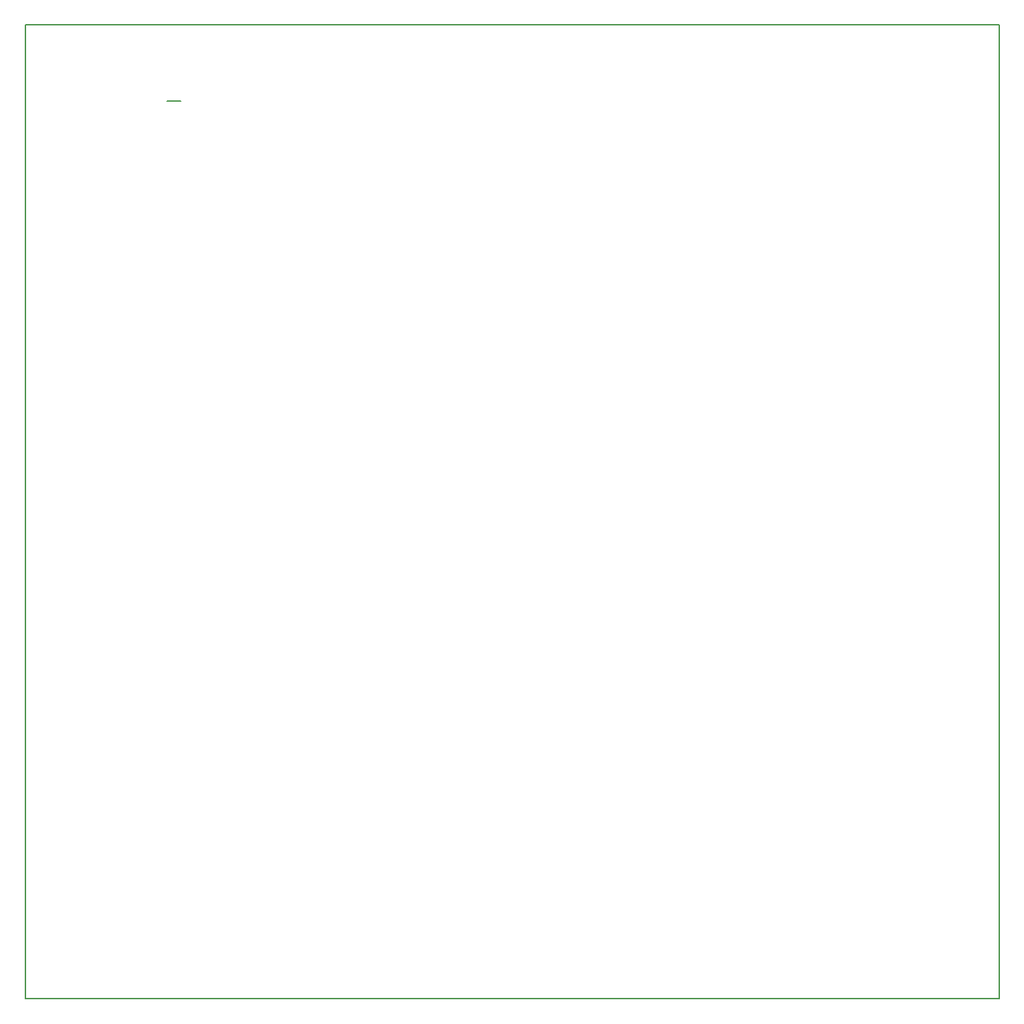
<source format=gbo>
G04 EAGLE Gerber X2 export*
%TF.Part,Single*%
%TF.FileFunction,Other,Silk screen Bottom*%
%TF.FilePolarity,Positive*%
%TF.GenerationSoftware,Autodesk,EAGLE,9.4.2*%
%TF.CreationDate,2020-04-15T05:43:06Z*%
G75*
%MOMM*%
%FSLAX34Y34*%
%LPD*%
%INBottom Silkscreen*%
%AMOC8*
5,1,8,0,0,1.08239X$1,22.5*%
G01*
%ADD10C,0.200000*%
%ADD11C,0.203200*%


D10*
X0Y-1200000D02*
X1200000Y-1200000D01*
X0Y-1200000D02*
X0Y0D01*
X1200000Y0D02*
X1200000Y-1200000D01*
X1200000Y0D02*
X0Y0D01*
D11*
X174810Y-94210D02*
X191320Y-94210D01*
M02*

</source>
